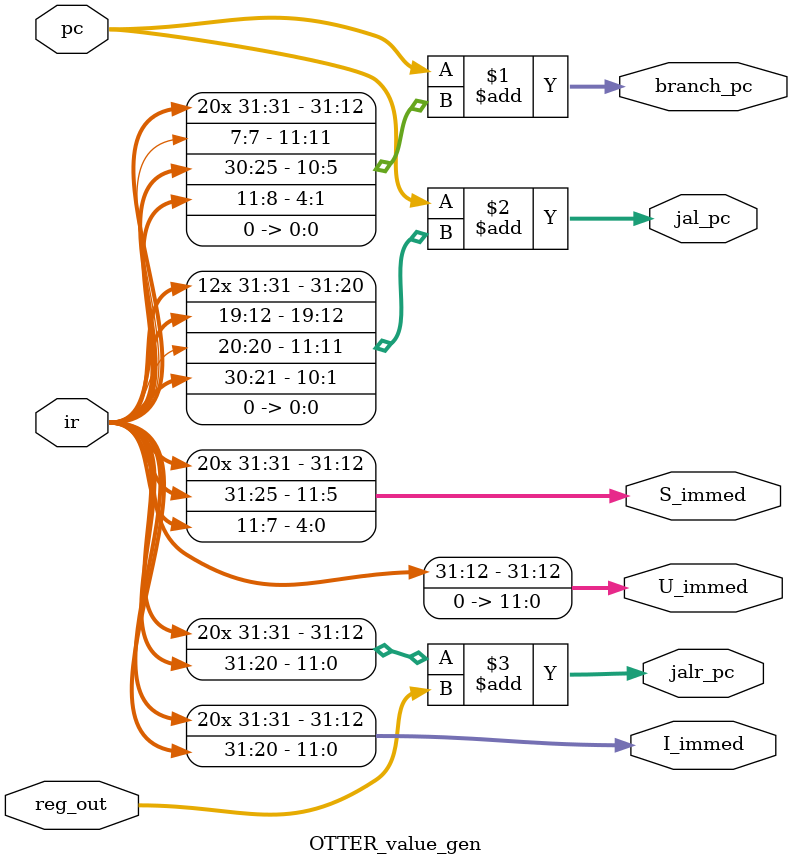
<source format=sv>
`timescale 1ns / 1ps

module OTTER_value_gen(
    input [31:0] pc, ir,
    input [31:0] reg_out,
    output logic [31:0] I_immed, U_immed, S_immed, branch_pc, jal_pc, jalr_pc
    );
    
    // Branch target generation
    assign branch_pc = pc + {{20{ir[31]}},ir[7],ir[30:25],ir[11:8],1'b0};
    // Jump and link target generation
    assign jal_pc = pc + {{12{ir[31]}},ir[19:12],ir[20],ir[30:21],1'b0};
    // Jump and link register target generation // is same as I_immed + reg_out
    assign jalr_pc = I_immed + reg_out;
    // I-type immediate value  
    assign I_immed = {{21{ir[31]}},ir[31:20]};
    // U-type immediate value  
    assign U_immed = {ir[31:12],12'b0};
    // S-type immediate value  
    assign S_immed = {{21{ir[31]}},ir[30:25],ir[11:7]};
    
endmodule

</source>
